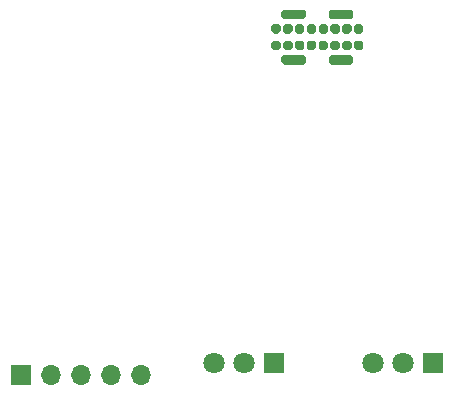
<source format=gbr>
%TF.GenerationSoftware,KiCad,Pcbnew,5.1.8-db9833491~87~ubuntu20.04.1*%
%TF.CreationDate,2020-11-23T17:51:26+01:00*%
%TF.ProjectId,rosalyn-tx,726f7361-6c79-46e2-9d74-782e6b696361,v1.0*%
%TF.SameCoordinates,Original*%
%TF.FileFunction,Soldermask,Bot*%
%TF.FilePolarity,Negative*%
%FSLAX46Y46*%
G04 Gerber Fmt 4.6, Leading zero omitted, Abs format (unit mm)*
G04 Created by KiCad (PCBNEW 5.1.8-db9833491~87~ubuntu20.04.1) date 2020-11-23 17:51:26*
%MOMM*%
%LPD*%
G01*
G04 APERTURE LIST*
%ADD10R,1.700000X1.700000*%
%ADD11O,1.700000X1.700000*%
%ADD12C,1.800000*%
%ADD13R,1.800000X1.800000*%
G04 APERTURE END LIST*
%TO.C,J1*%
G36*
G01*
X145740000Y-48400000D02*
X145740000Y-48000000D01*
G75*
G02*
X145940000Y-47800000I200000J0D01*
G01*
X146340000Y-47800000D01*
G75*
G02*
X146540000Y-48000000I0J-200000D01*
G01*
X146540000Y-48400000D01*
G75*
G02*
X146340000Y-48600000I-200000J0D01*
G01*
X145940000Y-48600000D01*
G75*
G02*
X145740000Y-48400000I0J200000D01*
G01*
G37*
G36*
G01*
X148740000Y-47000000D02*
X148740000Y-46600000D01*
G75*
G02*
X148940000Y-46400000I200000J0D01*
G01*
X149340000Y-46400000D01*
G75*
G02*
X149540000Y-46600000I0J-200000D01*
G01*
X149540000Y-47000000D01*
G75*
G02*
X149340000Y-47200000I-200000J0D01*
G01*
X148940000Y-47200000D01*
G75*
G02*
X148740000Y-47000000I0J200000D01*
G01*
G37*
G36*
G01*
X144590000Y-49630000D02*
X144590000Y-49230000D01*
G75*
G02*
X144790000Y-49030000I200000J0D01*
G01*
X146490000Y-49030000D01*
G75*
G02*
X146690000Y-49230000I0J-200000D01*
G01*
X146690000Y-49630000D01*
G75*
G02*
X146490000Y-49830000I-200000J0D01*
G01*
X144790000Y-49830000D01*
G75*
G02*
X144590000Y-49630000I0J200000D01*
G01*
G37*
G36*
G01*
X148590000Y-49630000D02*
X148590000Y-49230000D01*
G75*
G02*
X148790000Y-49030000I200000J0D01*
G01*
X150490000Y-49030000D01*
G75*
G02*
X150690000Y-49230000I0J-200000D01*
G01*
X150690000Y-49630000D01*
G75*
G02*
X150490000Y-49830000I-200000J0D01*
G01*
X148790000Y-49830000D01*
G75*
G02*
X148590000Y-49630000I0J200000D01*
G01*
G37*
G36*
G01*
X148590000Y-45770000D02*
X148590000Y-45370000D01*
G75*
G02*
X148790000Y-45170000I200000J0D01*
G01*
X150490000Y-45170000D01*
G75*
G02*
X150690000Y-45370000I0J-200000D01*
G01*
X150690000Y-45770000D01*
G75*
G02*
X150490000Y-45970000I-200000J0D01*
G01*
X148790000Y-45970000D01*
G75*
G02*
X148590000Y-45770000I0J200000D01*
G01*
G37*
G36*
G01*
X144590000Y-45770000D02*
X144590000Y-45370000D01*
G75*
G02*
X144790000Y-45170000I200000J0D01*
G01*
X146490000Y-45170000D01*
G75*
G02*
X146690000Y-45370000I0J-200000D01*
G01*
X146690000Y-45770000D01*
G75*
G02*
X146490000Y-45970000I-200000J0D01*
G01*
X144790000Y-45970000D01*
G75*
G02*
X144590000Y-45770000I0J200000D01*
G01*
G37*
G36*
G01*
X150740000Y-47000000D02*
X150740000Y-46600000D01*
G75*
G02*
X150940000Y-46400000I200000J0D01*
G01*
X151340000Y-46400000D01*
G75*
G02*
X151540000Y-46600000I0J-200000D01*
G01*
X151540000Y-47000000D01*
G75*
G02*
X151340000Y-47200000I-200000J0D01*
G01*
X150940000Y-47200000D01*
G75*
G02*
X150740000Y-47000000I0J200000D01*
G01*
G37*
G36*
G01*
X149740000Y-47000000D02*
X149740000Y-46600000D01*
G75*
G02*
X149940000Y-46400000I200000J0D01*
G01*
X150340000Y-46400000D01*
G75*
G02*
X150540000Y-46600000I0J-200000D01*
G01*
X150540000Y-47000000D01*
G75*
G02*
X150340000Y-47200000I-200000J0D01*
G01*
X149940000Y-47200000D01*
G75*
G02*
X149740000Y-47000000I0J200000D01*
G01*
G37*
G36*
G01*
X147740000Y-47000000D02*
X147740000Y-46600000D01*
G75*
G02*
X147940000Y-46400000I200000J0D01*
G01*
X148340000Y-46400000D01*
G75*
G02*
X148540000Y-46600000I0J-200000D01*
G01*
X148540000Y-47000000D01*
G75*
G02*
X148340000Y-47200000I-200000J0D01*
G01*
X147940000Y-47200000D01*
G75*
G02*
X147740000Y-47000000I0J200000D01*
G01*
G37*
G36*
G01*
X146740000Y-47000000D02*
X146740000Y-46600000D01*
G75*
G02*
X146940000Y-46400000I200000J0D01*
G01*
X147340000Y-46400000D01*
G75*
G02*
X147540000Y-46600000I0J-200000D01*
G01*
X147540000Y-47000000D01*
G75*
G02*
X147340000Y-47200000I-200000J0D01*
G01*
X146940000Y-47200000D01*
G75*
G02*
X146740000Y-47000000I0J200000D01*
G01*
G37*
G36*
G01*
X145740000Y-47000000D02*
X145740000Y-46600000D01*
G75*
G02*
X145940000Y-46400000I200000J0D01*
G01*
X146340000Y-46400000D01*
G75*
G02*
X146540000Y-46600000I0J-200000D01*
G01*
X146540000Y-47000000D01*
G75*
G02*
X146340000Y-47200000I-200000J0D01*
G01*
X145940000Y-47200000D01*
G75*
G02*
X145740000Y-47000000I0J200000D01*
G01*
G37*
G36*
G01*
X144740000Y-47000000D02*
X144740000Y-46600000D01*
G75*
G02*
X144940000Y-46400000I200000J0D01*
G01*
X145340000Y-46400000D01*
G75*
G02*
X145540000Y-46600000I0J-200000D01*
G01*
X145540000Y-47000000D01*
G75*
G02*
X145340000Y-47200000I-200000J0D01*
G01*
X144940000Y-47200000D01*
G75*
G02*
X144740000Y-47000000I0J200000D01*
G01*
G37*
G36*
G01*
X143740000Y-47000000D02*
X143740000Y-46600000D01*
G75*
G02*
X143940000Y-46400000I200000J0D01*
G01*
X144340000Y-46400000D01*
G75*
G02*
X144540000Y-46600000I0J-200000D01*
G01*
X144540000Y-47000000D01*
G75*
G02*
X144340000Y-47200000I-200000J0D01*
G01*
X143940000Y-47200000D01*
G75*
G02*
X143740000Y-47000000I0J200000D01*
G01*
G37*
G36*
G01*
X143740000Y-48400000D02*
X143740000Y-48000000D01*
G75*
G02*
X143940000Y-47800000I200000J0D01*
G01*
X144340000Y-47800000D01*
G75*
G02*
X144540000Y-48000000I0J-200000D01*
G01*
X144540000Y-48400000D01*
G75*
G02*
X144340000Y-48600000I-200000J0D01*
G01*
X143940000Y-48600000D01*
G75*
G02*
X143740000Y-48400000I0J200000D01*
G01*
G37*
G36*
G01*
X144740000Y-48400000D02*
X144740000Y-48000000D01*
G75*
G02*
X144940000Y-47800000I200000J0D01*
G01*
X145340000Y-47800000D01*
G75*
G02*
X145540000Y-48000000I0J-200000D01*
G01*
X145540000Y-48400000D01*
G75*
G02*
X145340000Y-48600000I-200000J0D01*
G01*
X144940000Y-48600000D01*
G75*
G02*
X144740000Y-48400000I0J200000D01*
G01*
G37*
G36*
G01*
X146740000Y-48400000D02*
X146740000Y-48000000D01*
G75*
G02*
X146940000Y-47800000I200000J0D01*
G01*
X147340000Y-47800000D01*
G75*
G02*
X147540000Y-48000000I0J-200000D01*
G01*
X147540000Y-48400000D01*
G75*
G02*
X147340000Y-48600000I-200000J0D01*
G01*
X146940000Y-48600000D01*
G75*
G02*
X146740000Y-48400000I0J200000D01*
G01*
G37*
G36*
G01*
X150740000Y-48400000D02*
X150740000Y-48000000D01*
G75*
G02*
X150940000Y-47800000I200000J0D01*
G01*
X151340000Y-47800000D01*
G75*
G02*
X151540000Y-48000000I0J-200000D01*
G01*
X151540000Y-48400000D01*
G75*
G02*
X151340000Y-48600000I-200000J0D01*
G01*
X150940000Y-48600000D01*
G75*
G02*
X150740000Y-48400000I0J200000D01*
G01*
G37*
G36*
G01*
X149740000Y-48400000D02*
X149740000Y-48000000D01*
G75*
G02*
X149940000Y-47800000I200000J0D01*
G01*
X150340000Y-47800000D01*
G75*
G02*
X150540000Y-48000000I0J-200000D01*
G01*
X150540000Y-48400000D01*
G75*
G02*
X150340000Y-48600000I-200000J0D01*
G01*
X149940000Y-48600000D01*
G75*
G02*
X149740000Y-48400000I0J200000D01*
G01*
G37*
G36*
G01*
X148740000Y-48400000D02*
X148740000Y-48000000D01*
G75*
G02*
X148940000Y-47800000I200000J0D01*
G01*
X149340000Y-47800000D01*
G75*
G02*
X149540000Y-48000000I0J-200000D01*
G01*
X149540000Y-48400000D01*
G75*
G02*
X149340000Y-48600000I-200000J0D01*
G01*
X148940000Y-48600000D01*
G75*
G02*
X148740000Y-48400000I0J200000D01*
G01*
G37*
G36*
G01*
X147740000Y-48400000D02*
X147740000Y-48000000D01*
G75*
G02*
X147940000Y-47800000I200000J0D01*
G01*
X148340000Y-47800000D01*
G75*
G02*
X148540000Y-48000000I0J-200000D01*
G01*
X148540000Y-48400000D01*
G75*
G02*
X148340000Y-48600000I-200000J0D01*
G01*
X147940000Y-48600000D01*
G75*
G02*
X147740000Y-48400000I0J200000D01*
G01*
G37*
%TD*%
D10*
%TO.C,J3*%
X122540000Y-76070000D03*
D11*
X125080000Y-76070000D03*
X127620000Y-76070000D03*
X130160000Y-76070000D03*
X132700000Y-76070000D03*
%TD*%
D12*
%TO.C,D3*%
X138920000Y-75100000D03*
X141460000Y-75100000D03*
D13*
X144000000Y-75100000D03*
%TD*%
%TO.C,D4*%
X157460000Y-75100000D03*
D12*
X154920000Y-75100000D03*
X152380000Y-75100000D03*
%TD*%
M02*

</source>
